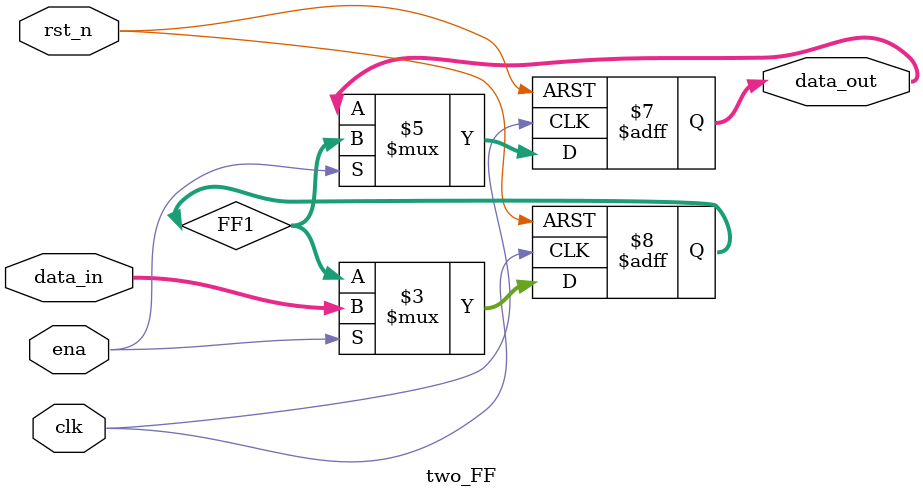
<source format=v>
`timescale 1ns/1ps
module two_FF #(parameter N=8) (
    input  wire [N-1:0] data_in,   // data from registered input
    output reg [N-1:0] data_out, // data after FF's
    input  wire       ena,      // will go high when the design is enabled
    input  wire       clk,      // clock
    input  wire       rst_n     // reset_n - low to reset
);
    reg [N-1:0] FF1;

    always @(posedge clk or negedge rst_n)
    begin
        if (!rst_n) begin
            FF1 <= 'b0;
            data_out <= 'b0;
	end
        else if (ena) begin 
            FF1 <= data_in;
            data_out <= FF1;
        end
    end

endmodule



</source>
